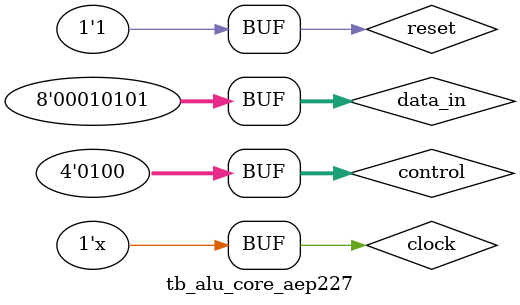
<source format=v>
/*
    Filename:    tb_alu_core_aep227.v
    Author:      Addison Powell
    Date:        December 8, 2019
    Version:     1
    Description: A testbench for confirming some basic functions
                 of the alu_core module
*/

`timescale 1ns/1ns

module tb_alu_core_aep227();
    reg            clock, reset, enter;//Active low reset
    reg     [3:0]  control;
    reg     [7:0]  data_in;
    wire           fin;
    wire    [15:0] alu_out;
    wire     [7:0] opA2, opB2, op_out2;

    //This commented out version was used to confirm that the correct values were being read into the correct registers
    // alu_core_aep227 DUT(clock, reset, enter, control, data_in, fin, alu_out, op_out2, opA2, opB2);
    alu_core_aep227 DUT(clock, reset, enter, control, data_in, fin, alu_out);

    always begin
        #10;
        clock = ~clock;
    end

    initial begin
        clock = 1'b0;
        reset = 1'b1;
        control = 4'b0000;
        data_in = 8'd0;
        #3;
        reset = 1'b0;
        #3;
        reset = 1'b1;
        data_in = 8'b00000000; //AND ID. ID = 7383 = 0111 0011 1000 0011
        control = 4'b0001;
        #5;//Opcode loaded into opcode register
        data_in = 8'b11111111;//Operand A
        control = 4'b0010;
        #20;//Loaded into register A
        data_in = 8'b00000011;//Operand B
        control = 4'b0100;
        #40;//Loaded into register B. alu_out should update immediately to 0111 0011 0000 0011

        data_in = 8'b00000001; //NAND
        control = 4'b0001;
        #20;//Opcode loaded into opcode register
        data_in = 8'b10010100;//Operand A
        control = 4'b0010;
        #20;//Loaded into register A
        data_in = 8'b10100110;//Operand B
        control = 4'b0100;
        #40;//Loaded into register B. alu_out should update immediately to 0000 0000 0111 1011

        data_in = 8'b00000010; //NOR
        control = 4'b0001;
        #20;//Opcode loaded into opcode register
        data_in = 8'b10110101;//Operand A
        control = 4'b0010;
        #20;//Loaded into register A
        data_in = 8'b00100101;//Operand B
        control = 4'b0100;
        #40;//Loaded into register B. alu_out should update immediately to 0000 0000 0100 1010

        data_in = 8'b00000101; //Add
        control = 4'b0001;
        #20;//Opcode loaded into opcode register
        data_in = 8'b01011100;//Operand A
        control = 4'b0010;
        #20;//Loaded into register A
        data_in = 8'b00010101;//Operand B
        control = 4'b0100;
        #40;//Loaded into register B. alu_out should update immediately to 0000 0000 0111 0001

    end

endmodule
</source>
